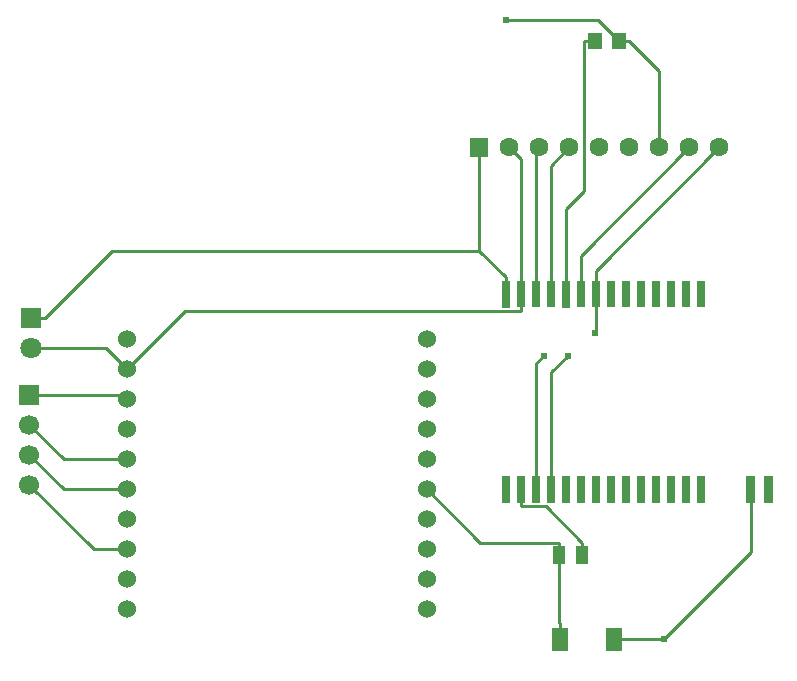
<source format=gtl>
G04 Layer: TopLayer*
G04 EasyEDA v6.4.25, 2021-10-28T21:51:33--4:00*
G04 88f9fe5a47094e6790728aceff35a815,7db2125e4611476bb2993bf99425ef50,10*
G04 Gerber Generator version 0.2*
G04 Scale: 100 percent, Rotated: No, Reflected: No *
G04 Dimensions in inches *
G04 leading zeros omitted , absolute positions ,3 integer and 6 decimal *
%FSLAX36Y36*%
%MOIN*%

%ADD10C,0.0100*%
%ADD11C,0.0102*%
%ADD12C,0.0240*%
%ADD13R,0.0457X0.0579*%
%ADD14R,0.0394X0.0610*%
%ADD15R,0.0276X0.0906*%
%ADD17C,0.0600*%
%ADD19C,0.0630*%
%ADD20R,0.0669X0.0669*%
%ADD21C,0.0669*%
%ADD22C,0.0709*%
%ADD23R,0.0709X0.0709*%

%LPD*%
D10*
X2193860Y-3859989D02*
G01*
X2193860Y-3986140D01*
X2190000Y-3990000D01*
X2044799Y-4510000D02*
G01*
X2044799Y-4120200D01*
X2100000Y-4065000D01*
X1994809Y-4510000D02*
G01*
X1994809Y-4090189D01*
X2020000Y-4065000D01*
X2253580Y-5010000D02*
G01*
X2420000Y-5010000D01*
X2710160Y-4510000D02*
G01*
X2710160Y-4719839D01*
X2420000Y-5010000D01*
X2269989Y-3015000D02*
G01*
X2199989Y-2945000D01*
X1895000Y-2945000D01*
D11*
X1944799Y-4566799D02*
G01*
X2028199Y-4566799D01*
X2149399Y-4688000D01*
X1944799Y-4510000D02*
G01*
X1944799Y-4566799D01*
X2149399Y-4730000D02*
G01*
X2149399Y-4688000D01*
X2043900Y-3860000D02*
G01*
X2043900Y-3431100D01*
X2105000Y-3370000D01*
X1993900Y-3860000D02*
G01*
X1993900Y-3381100D01*
X2005000Y-3370000D01*
X2094799Y-3860000D02*
G01*
X2094799Y-3574899D01*
X2155699Y-3514099D01*
X2155699Y-3015000D01*
X2190000Y-3015000D02*
G01*
X2155699Y-3015000D01*
X2405000Y-3370000D02*
G01*
X2405000Y-3115700D01*
X2304300Y-3015000D01*
X2270000Y-3015000D02*
G01*
X2304300Y-3015000D01*
X2076400Y-5010000D02*
G01*
X2076400Y-4959099D01*
X2076400Y-4959099D02*
G01*
X2070600Y-4953299D01*
X2070600Y-4730000D01*
X2070600Y-4688000D02*
G01*
X1808999Y-4688000D01*
X1631000Y-4510000D01*
X2070600Y-4730000D02*
G01*
X2070600Y-4688000D01*
X2605000Y-3370000D02*
G01*
X2193900Y-3781100D01*
X2193900Y-3860000D01*
X2143900Y-3860000D02*
G01*
X2143900Y-3731100D01*
X2505000Y-3370000D01*
X305000Y-4495000D02*
G01*
X520000Y-4710000D01*
X630999Y-4710000D01*
X305000Y-4395000D02*
G01*
X420000Y-4510000D01*
X630999Y-4510000D01*
X305000Y-4295000D02*
G01*
X420000Y-4410000D01*
X630999Y-4410000D01*
X2253599Y-5010000D02*
G01*
X2291700Y-5010000D01*
X2710200Y-4510000D02*
G01*
X2710200Y-4566799D01*
X1893900Y-3860000D02*
G01*
X1893900Y-3803200D01*
X310000Y-3940000D02*
G01*
X356900Y-3940000D01*
X1805000Y-3714400D02*
G01*
X582600Y-3714400D01*
X356900Y-3940000D01*
X1893900Y-3803200D02*
G01*
X1805000Y-3714400D01*
X1805000Y-3714400D02*
G01*
X1805000Y-3370000D01*
X305000Y-4195000D02*
G01*
X615999Y-4195000D01*
X630999Y-4210000D01*
X310000Y-4040000D02*
G01*
X560999Y-4040000D01*
X630999Y-4110000D01*
X1905000Y-3370000D02*
G01*
X1943900Y-3408899D01*
X1943900Y-3860000D01*
X1943900Y-3916799D02*
G01*
X824200Y-3916799D01*
X630999Y-4110000D01*
X1943900Y-3860000D02*
G01*
X1943900Y-3916799D01*
D13*
G01*
X2270000Y-3015000D03*
G01*
X2190000Y-3015000D03*
D14*
G01*
X2070630Y-4730000D03*
G01*
X2149369Y-4730000D03*
G36*
X2783779Y-4555275D02*
G01*
X2783779Y-4464724D01*
X2756219Y-4464724D01*
X2756219Y-4555275D01*
G37*
G36*
X2723936Y-4555275D02*
G01*
X2723936Y-4464724D01*
X2696376Y-4464724D01*
X2696376Y-4555275D01*
G37*
G36*
X2558581Y-4555275D02*
G01*
X2558581Y-4464724D01*
X2531022Y-4464724D01*
X2531022Y-4555275D01*
G37*
G36*
X2508581Y-4555275D02*
G01*
X2508581Y-4464724D01*
X2481022Y-4464724D01*
X2481022Y-4555275D01*
G37*
G36*
X2458581Y-4555275D02*
G01*
X2458581Y-4464724D01*
X2431022Y-4464724D01*
X2431022Y-4555275D01*
G37*
G36*
X2408581Y-4555275D02*
G01*
X2408581Y-4464724D01*
X2381022Y-4464724D01*
X2381022Y-4555275D01*
G37*
D15*
G01*
X2544799Y-3860000D03*
G01*
X2495000Y-3860000D03*
G01*
X2444799Y-3860000D03*
G01*
X2394799Y-3860000D03*
G01*
X2344799Y-3860000D03*
G01*
X2294799Y-3860000D03*
G36*
X2358581Y-4555275D02*
G01*
X2358581Y-4464724D01*
X2331022Y-4464724D01*
X2331022Y-4555275D01*
G37*
G36*
X2308581Y-4555275D02*
G01*
X2308581Y-4464724D01*
X2281022Y-4464724D01*
X2281022Y-4555275D01*
G37*
G36*
X2258581Y-4555275D02*
G01*
X2258581Y-4464724D01*
X2231022Y-4464724D01*
X2231022Y-4555275D01*
G37*
G36*
X2181024Y-4555275D02*
G01*
X2181024Y-4464724D01*
X2208585Y-4464724D01*
X2208585Y-4555275D01*
G37*
G36*
X2081023Y-4555275D02*
G01*
X2081023Y-4464724D01*
X2108584Y-4464724D01*
X2108584Y-4555275D01*
G37*
G36*
X2131022Y-4555275D02*
G01*
X2131022Y-4464724D01*
X2158582Y-4464724D01*
X2158582Y-4555275D01*
G37*
G36*
X1931022Y-4555275D02*
G01*
X1931022Y-4464724D01*
X1958582Y-4464724D01*
X1958582Y-4555275D01*
G37*
G36*
X1881023Y-4555275D02*
G01*
X1881023Y-4464724D01*
X1908584Y-4464724D01*
X1908584Y-4555275D01*
G37*
G36*
X1981024Y-4555275D02*
G01*
X1981024Y-4464724D01*
X2008585Y-4464724D01*
X2008585Y-4555275D01*
G37*
G36*
X2058581Y-4555275D02*
G01*
X2058581Y-4464724D01*
X2031022Y-4464724D01*
X2031022Y-4555275D01*
G37*
G36*
X2081021Y-3814728D02*
G01*
X2081021Y-3905279D01*
X2108581Y-3905279D01*
X2108581Y-3814728D01*
G37*
G01*
X2143860Y-3859989D03*
G01*
X2243860Y-3859989D03*
G01*
X2193860Y-3859989D03*
G01*
X1993860Y-3859989D03*
G01*
X2043860Y-3859989D03*
G01*
X1943860Y-3859989D03*
G36*
X1880081Y-3814717D02*
G01*
X1880081Y-3905270D01*
X1907641Y-3905270D01*
X1907641Y-3814717D01*
G37*
G36*
X2049841Y-4970630D02*
G01*
X2102992Y-4970630D01*
X2102992Y-5049369D01*
X2049841Y-5049369D01*
G37*
G36*
X2227007Y-4970630D02*
G01*
X2280158Y-4970630D01*
X2280158Y-5049369D01*
X2227007Y-5049369D01*
G37*
D17*
G01*
X630999Y-4010000D03*
G01*
X630999Y-4110000D03*
G01*
X630999Y-4210000D03*
G01*
X630999Y-4310000D03*
G01*
X630999Y-4410000D03*
G01*
X630999Y-4510000D03*
G01*
X630999Y-4610000D03*
G01*
X630999Y-4710000D03*
G01*
X630999Y-4810000D03*
G01*
X630999Y-4910000D03*
G01*
X1631000Y-4910000D03*
G01*
X1631000Y-4810000D03*
G01*
X1631000Y-4710000D03*
G01*
X1631000Y-4610000D03*
G01*
X1631000Y-4510000D03*
G01*
X1631000Y-4410000D03*
G01*
X1631000Y-4310000D03*
G01*
X1631000Y-4210000D03*
G01*
X1631000Y-4110000D03*
G01*
X1631000Y-4010000D03*
G36*
X1773504Y-3338503D02*
G01*
X1836495Y-3338503D01*
X1836495Y-3401496D01*
X1773504Y-3401496D01*
G37*
D19*
G01*
X1905000Y-3370000D03*
G01*
X2005000Y-3370000D03*
G01*
X2105000Y-3370000D03*
G01*
X2205000Y-3370000D03*
G01*
X2305000Y-3370000D03*
G01*
X2405000Y-3370000D03*
G01*
X2505000Y-3370000D03*
G01*
X2605000Y-3370000D03*
D20*
G01*
X305000Y-4195000D03*
D21*
G01*
X305000Y-4295000D03*
G01*
X305000Y-4395000D03*
G01*
X305000Y-4495000D03*
D22*
G01*
X310000Y-4040000D03*
D23*
G01*
X310000Y-3940000D03*
D12*
G01*
X1895000Y-2945000D03*
G01*
X2420000Y-5010000D03*
G01*
X2020000Y-4065000D03*
G01*
X2100000Y-4065000D03*
G01*
X2190000Y-3990000D03*
M02*

</source>
